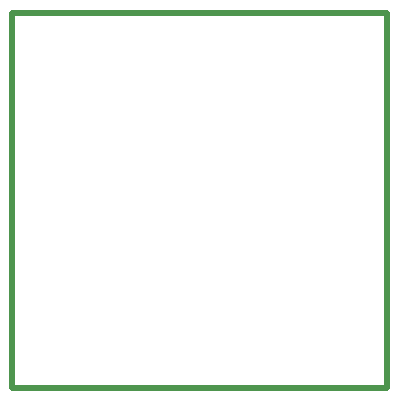
<source format=gbr>
%TF.GenerationSoftware,KiCad,Pcbnew,(6.0.0-rc1-323-gb9e66d8b98)*%
%TF.CreationDate,2021-12-09T23:12:50+08:00*%
%TF.ProjectId,Xterminal,58746572-6d69-46e6-916c-2e6b69636164,rev?*%
%TF.SameCoordinates,PXb340ac0PY76b1be0*%
%TF.FileFunction,Profile,NP*%
%FSLAX46Y46*%
G04 Gerber Fmt 4.6, Leading zero omitted, Abs format (unit mm)*
G04 Created by KiCad (PCBNEW (6.0.0-rc1-323-gb9e66d8b98)) date 2021-12-09 23:12:50*
%MOMM*%
%LPD*%
G01*
G04 APERTURE LIST*
%TA.AperFunction,Profile*%
%ADD10C,0.500000*%
%TD*%
G04 APERTURE END LIST*
D10*
X0Y31750000D02*
X31750000Y31750000D01*
X31750000Y31750000D02*
X31750000Y0D01*
X31750000Y0D02*
X0Y0D01*
X0Y0D02*
X0Y31750000D01*
M02*

</source>
